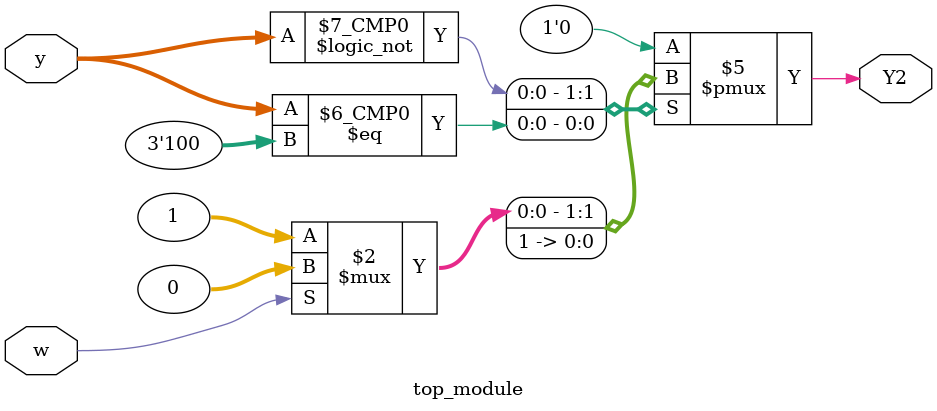
<source format=sv>
module top_module(
    input [3:1] y,
    input w,
    output reg Y2);

    always @(*) begin
        case (y)
            // Next state logic for Y2
            3'b000: Y2 = (w) ? 0 : 1;
            3'b001: Y2 = 0;
            3'b010: Y2 = 0;
            3'b011: Y2 = 0;
            3'b100: Y2 = 1;
            3'b101: Y2 = 0;
            default: Y2 = 0;
        endcase
    end

endmodule

</source>
